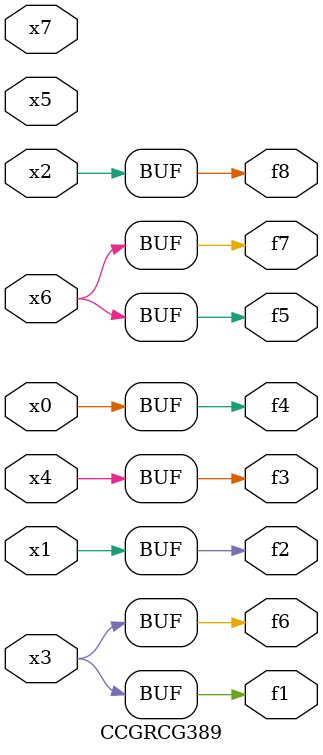
<source format=v>
module CCGRCG389(
	input x0, x1, x2, x3, x4, x5, x6, x7,
	output f1, f2, f3, f4, f5, f6, f7, f8
);
	assign f1 = x3;
	assign f2 = x1;
	assign f3 = x4;
	assign f4 = x0;
	assign f5 = x6;
	assign f6 = x3;
	assign f7 = x6;
	assign f8 = x2;
endmodule

</source>
